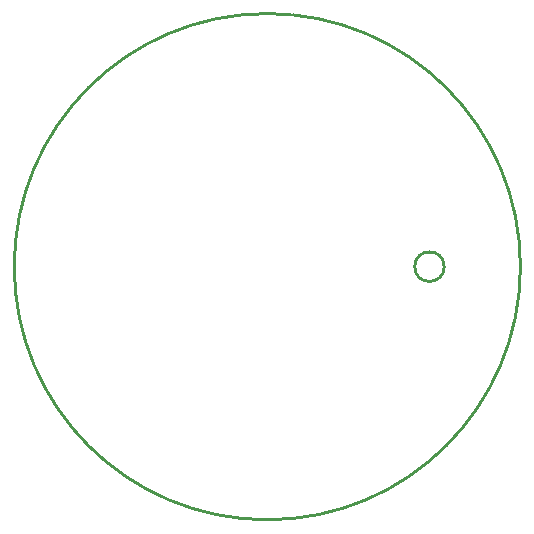
<source format=gbr>
G04 Layer_Color=16711935*
%FSLAX25Y25*%
%MOIN*%
%TF.FileFunction,Keep-out*%
%TF.Part,Single*%
G01*
G75*
%ADD14C,0.01000*%
D14*
X478067Y393701D02*
G03*
X478067Y393701I-84366J0D01*
G01*
X452658D02*
G03*
X452658Y393701I-4921J0D01*
G01*
%TF.MD5,2E947ECC96039F5D449F78FA5D4F3D67*%
M02*

</source>
